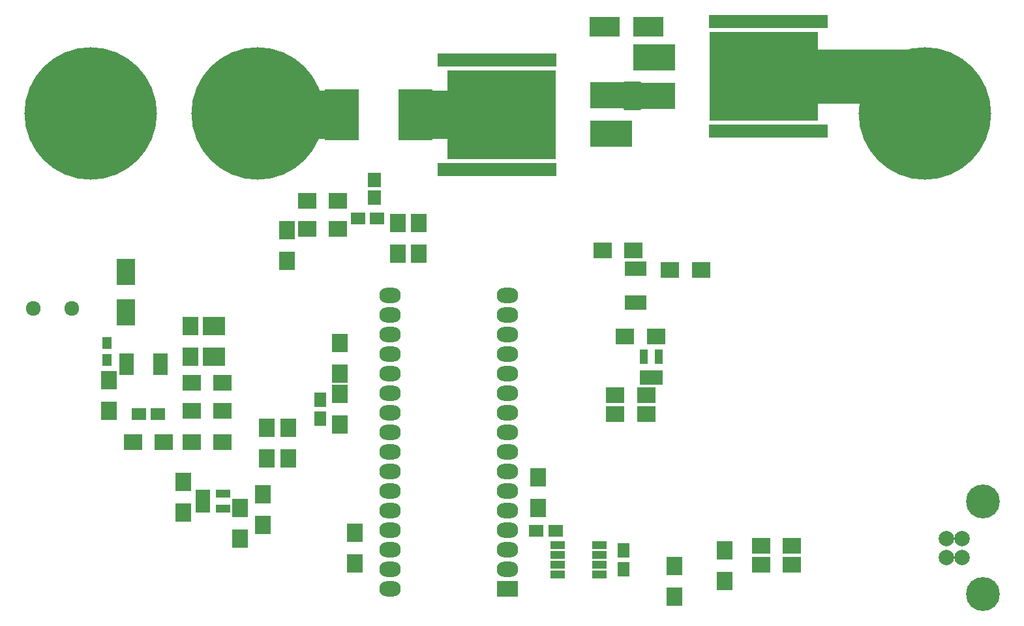
<source format=gts>
G04 #@! TF.FileFunction,Soldermask,Top*
%FSLAX46Y46*%
G04 Gerber Fmt 4.6, Leading zero omitted, Abs format (unit mm)*
G04 Created by KiCad (PCBNEW 4.0.4-stable) date 04/19/17 19:13:54*
%MOMM*%
%LPD*%
G01*
G04 APERTURE LIST*
%ADD10C,0.100000*%
%ADD11C,2.000000*%
%ADD12C,4.400000*%
%ADD13R,1.850000X0.850000*%
%ADD14R,0.850000X1.850000*%
%ADD15R,1.300000X1.600000*%
%ADD16R,3.900000X2.600000*%
%ADD17R,2.800000X2.000000*%
%ADD18O,2.800000X2.000000*%
%ADD19C,1.924000*%
%ADD20C,17.200000*%
%ADD21R,14.100000X11.600000*%
%ADD22R,15.400000X1.800000*%
%ADD23R,5.400000X3.400000*%
%ADD24R,2.100000X2.400000*%
%ADD25R,2.400000X2.100000*%
%ADD26R,4.400000X6.600000*%
%ADD27R,0.700000X1.900000*%
%ADD28R,1.960000X1.050000*%
%ADD29R,1.950000X1.000000*%
%ADD30R,1.050000X1.960000*%
%ADD31R,1.900000X1.650000*%
%ADD32R,1.650000X1.900000*%
%ADD33R,2.000000X2.400000*%
%ADD34R,2.900000X2.400000*%
%ADD35R,2.400000X2.000000*%
%ADD36C,0.254000*%
G04 APERTURE END LIST*
D10*
D11*
X199771000Y-122448000D03*
X199771000Y-124948000D03*
X201771000Y-124948000D03*
X201771000Y-122448000D03*
D12*
X204471000Y-117698000D03*
X204471000Y-129698000D03*
D13*
X93304000Y-98847000D03*
X93304000Y-99497000D03*
X93304000Y-100147000D03*
X93304000Y-100797000D03*
X97704000Y-100797000D03*
X97704000Y-100147000D03*
X97704000Y-99497000D03*
X97704000Y-98847000D03*
D14*
X158410000Y-91862000D03*
X159060000Y-91862000D03*
X159710000Y-91862000D03*
X160360000Y-91862000D03*
X160360000Y-87462000D03*
X159710000Y-87462000D03*
X159060000Y-87462000D03*
X158410000Y-87462000D03*
D15*
X90805000Y-97071000D03*
X90805000Y-99271000D03*
D10*
G36*
X94418000Y-91383000D02*
X94418000Y-94783000D01*
X92018000Y-94783000D01*
X92018000Y-91383000D01*
X94418000Y-91383000D01*
X94418000Y-91383000D01*
G37*
G36*
X94418000Y-86183000D02*
X94418000Y-89583000D01*
X92018000Y-89583000D01*
X92018000Y-86183000D01*
X94418000Y-86183000D01*
X94418000Y-86183000D01*
G37*
D16*
X155329000Y-56007000D03*
X161029000Y-56007000D03*
D17*
X142750000Y-129000000D03*
D18*
X127510000Y-90900000D03*
X142750000Y-126460000D03*
X127510000Y-93440000D03*
X142750000Y-123920000D03*
X127510000Y-95980000D03*
X142750000Y-121380000D03*
X127510000Y-98520000D03*
X142750000Y-118840000D03*
X127510000Y-101060000D03*
X142750000Y-116300000D03*
X127510000Y-103600000D03*
X142750000Y-113760000D03*
X127510000Y-106140000D03*
X142750000Y-111220000D03*
X127510000Y-108680000D03*
X142750000Y-108680000D03*
X127510000Y-111220000D03*
X142750000Y-106140000D03*
X127510000Y-113760000D03*
X142750000Y-103600000D03*
X127510000Y-116300000D03*
X142750000Y-101060000D03*
X127510000Y-118840000D03*
X142750000Y-98520000D03*
X127510000Y-121380000D03*
X142750000Y-95980000D03*
X127510000Y-123920000D03*
X142750000Y-93440000D03*
X127510000Y-126460000D03*
X142750000Y-90900000D03*
X127510000Y-129000000D03*
D19*
X81193000Y-92583000D03*
X86193000Y-92583000D03*
D20*
X88646000Y-67310000D03*
X110363000Y-67310000D03*
X196977000Y-67310000D03*
D21*
X141986000Y-67437000D03*
D22*
X141386000Y-60337000D03*
X141386000Y-74537000D03*
D23*
X156186000Y-64937000D03*
X156186000Y-69937000D03*
D21*
X176022000Y-62484000D03*
D22*
X176622000Y-69584000D03*
X176622000Y-55384000D03*
D23*
X161822000Y-64984000D03*
X161822000Y-59984000D03*
D24*
X91059000Y-101886000D03*
X91059000Y-105886000D03*
X121031000Y-97060000D03*
X121031000Y-101060000D03*
X121031000Y-103664000D03*
X121031000Y-107664000D03*
D25*
X105759000Y-102235000D03*
X101759000Y-102235000D03*
D26*
X130810000Y-67437000D03*
X121210000Y-67437000D03*
D25*
X94139000Y-109982000D03*
X98139000Y-109982000D03*
X101759000Y-109982000D03*
X105759000Y-109982000D03*
D24*
X114173000Y-86455000D03*
X114173000Y-82455000D03*
D25*
X116745000Y-82296000D03*
X120745000Y-82296000D03*
X120745000Y-78613000D03*
X116745000Y-78613000D03*
D24*
X111506000Y-108109000D03*
X111506000Y-112109000D03*
D25*
X159099000Y-85090000D03*
X155099000Y-85090000D03*
D24*
X131250000Y-81500000D03*
X131250000Y-85500000D03*
X146750000Y-114500000D03*
X146750000Y-118500000D03*
D25*
X175673000Y-123444000D03*
X179673000Y-123444000D03*
X179673000Y-125857000D03*
X175673000Y-125857000D03*
D27*
X124980000Y-78239000D03*
X125480000Y-78239000D03*
X125980000Y-78239000D03*
X125980000Y-75939000D03*
X125480000Y-75939000D03*
X124980000Y-75939000D03*
D28*
X103171000Y-116652000D03*
X103171000Y-117602000D03*
X103171000Y-118552000D03*
X105871000Y-118552000D03*
X105871000Y-116652000D03*
D29*
X149300000Y-123345000D03*
X149300000Y-124615000D03*
X149300000Y-125885000D03*
X149300000Y-127155000D03*
X154700000Y-127155000D03*
X154700000Y-125885000D03*
X154700000Y-124615000D03*
X154700000Y-123345000D03*
D24*
X128500000Y-81500000D03*
X128500000Y-85500000D03*
D30*
X160467000Y-101553000D03*
X161417000Y-101553000D03*
X162367000Y-101553000D03*
X162367000Y-98853000D03*
X160467000Y-98853000D03*
D31*
X125837000Y-80899000D03*
X123337000Y-80899000D03*
D32*
X118491000Y-104414000D03*
X118491000Y-106914000D03*
D33*
X101600000Y-98901000D03*
X101600000Y-94901000D03*
D34*
X104648000Y-98901000D03*
X104648000Y-94901000D03*
D31*
X94889000Y-106299000D03*
X97389000Y-106299000D03*
D35*
X101759000Y-105918000D03*
X105759000Y-105918000D03*
D33*
X100711000Y-115094000D03*
X100711000Y-119094000D03*
X108077000Y-118523000D03*
X108077000Y-122523000D03*
X110998000Y-116745000D03*
X110998000Y-120745000D03*
X122936000Y-125698000D03*
X122936000Y-121698000D03*
X114300000Y-108109000D03*
X114300000Y-112109000D03*
D31*
X146500000Y-121500000D03*
X149000000Y-121500000D03*
D32*
X157861000Y-126472000D03*
X157861000Y-123972000D03*
D33*
X164465000Y-126016000D03*
X164465000Y-130016000D03*
X170942000Y-123984000D03*
X170942000Y-127984000D03*
D35*
X156750000Y-106299000D03*
X160750000Y-106299000D03*
X156750000Y-103886000D03*
X160750000Y-103886000D03*
X162020000Y-96266000D03*
X158020000Y-96266000D03*
X163862000Y-87630000D03*
X167862000Y-87630000D03*
D36*
G36*
X123085000Y-70415500D02*
X118068500Y-70415500D01*
X118068500Y-64446500D01*
X123085000Y-64446500D01*
X123085000Y-70415500D01*
X123085000Y-70415500D01*
G37*
X123085000Y-70415500D02*
X118068500Y-70415500D01*
X118068500Y-64446500D01*
X123085000Y-64446500D01*
X123085000Y-70415500D01*
G36*
X138642500Y-70415500D02*
X128927000Y-70415500D01*
X128927000Y-64446500D01*
X138642500Y-64446500D01*
X138642500Y-70415500D01*
X138642500Y-70415500D01*
G37*
X138642500Y-70415500D02*
X128927000Y-70415500D01*
X128927000Y-64446500D01*
X138642500Y-64446500D01*
X138642500Y-70415500D01*
G36*
X159915000Y-66669000D02*
X157883000Y-66669000D01*
X157883000Y-63240000D01*
X159915000Y-63240000D01*
X159915000Y-66669000D01*
X159915000Y-66669000D01*
G37*
X159915000Y-66669000D02*
X157883000Y-66669000D01*
X157883000Y-63240000D01*
X159915000Y-63240000D01*
X159915000Y-66669000D01*
G36*
X194649500Y-65843500D02*
X181568500Y-65843500D01*
X181568500Y-59112500D01*
X194649500Y-59112500D01*
X194649500Y-65843500D01*
X194649500Y-65843500D01*
G37*
X194649500Y-65843500D02*
X181568500Y-65843500D01*
X181568500Y-59112500D01*
X194649500Y-59112500D01*
X194649500Y-65843500D01*
M02*

</source>
